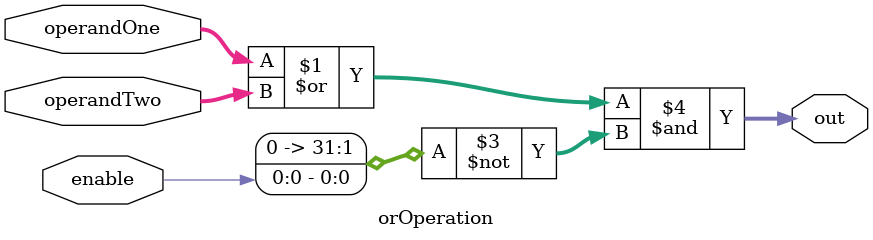
<source format=sv>
module orOperation (out, operandOne, operandTwo, enable);
// Enable: LOW TRUE
	input [31:0] operandOne, operandTwo;
	input enable;
	output [31:0] out;
	assign out = (operandOne | operandTwo) & ( ~enable );

endmodule
 


</source>
